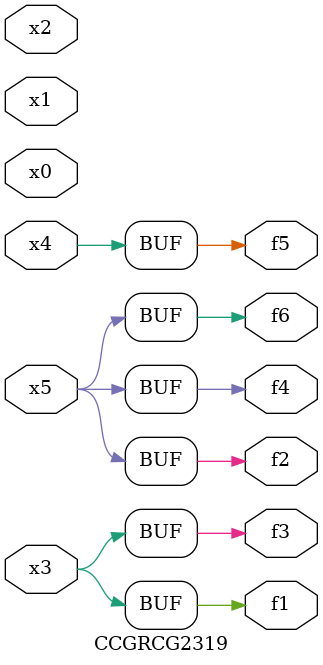
<source format=v>
module CCGRCG2319(
	input x0, x1, x2, x3, x4, x5,
	output f1, f2, f3, f4, f5, f6
);
	assign f1 = x3;
	assign f2 = x5;
	assign f3 = x3;
	assign f4 = x5;
	assign f5 = x4;
	assign f6 = x5;
endmodule

</source>
